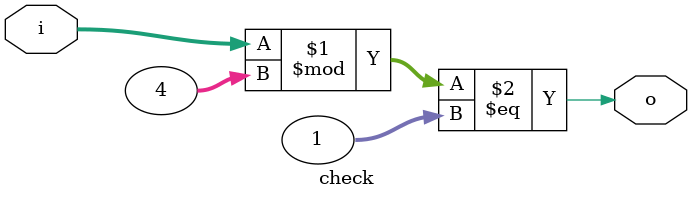
<source format=v>
module check (
    input [4:0] i,   
    output o        
);

    assign o = (i % 4 == 1);

endmodule



</source>
